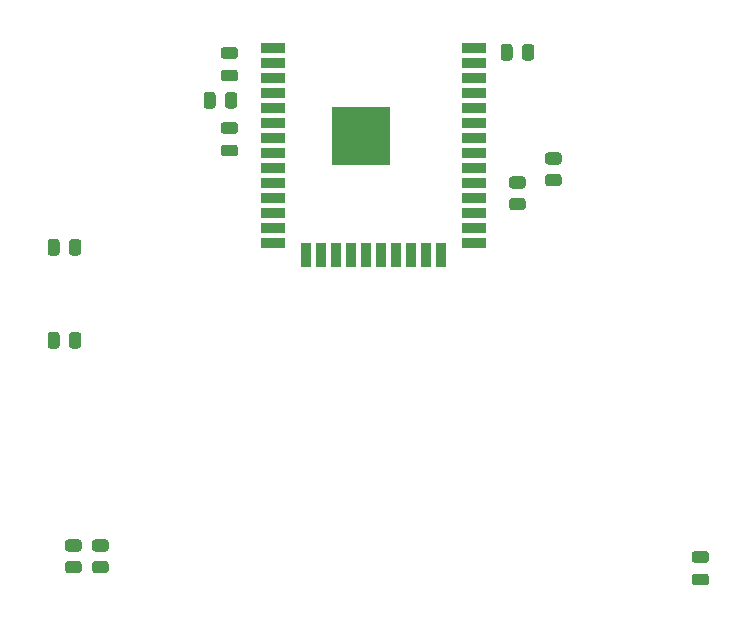
<source format=gbr>
%TF.GenerationSoftware,KiCad,Pcbnew,5.1.9+dfsg1-1*%
%TF.CreationDate,2021-05-25T15:42:46+02:00*%
%TF.ProjectId,vscp-din-wireless-esp32,76736370-2d64-4696-9e2d-776972656c65,rev?*%
%TF.SameCoordinates,Original*%
%TF.FileFunction,Paste,Top*%
%TF.FilePolarity,Positive*%
%FSLAX46Y46*%
G04 Gerber Fmt 4.6, Leading zero omitted, Abs format (unit mm)*
G04 Created by KiCad (PCBNEW 5.1.9+dfsg1-1) date 2021-05-25 15:42:46*
%MOMM*%
%LPD*%
G01*
G04 APERTURE LIST*
%ADD10R,2.000000X0.900000*%
%ADD11R,0.900000X2.000000*%
%ADD12R,5.000000X5.000000*%
G04 APERTURE END LIST*
%TO.C,R2*%
G36*
G01*
X164026001Y-59290000D02*
X163125999Y-59290000D01*
G75*
G02*
X162876000Y-59040001I0J249999D01*
G01*
X162876000Y-58514999D01*
G75*
G02*
X163125999Y-58265000I249999J0D01*
G01*
X164026001Y-58265000D01*
G75*
G02*
X164276000Y-58514999I0J-249999D01*
G01*
X164276000Y-59040001D01*
G75*
G02*
X164026001Y-59290000I-249999J0D01*
G01*
G37*
G36*
G01*
X164026001Y-61115000D02*
X163125999Y-61115000D01*
G75*
G02*
X162876000Y-60865001I0J249999D01*
G01*
X162876000Y-60339999D01*
G75*
G02*
X163125999Y-60090000I249999J0D01*
G01*
X164026001Y-60090000D01*
G75*
G02*
X164276000Y-60339999I0J-249999D01*
G01*
X164276000Y-60865001D01*
G75*
G02*
X164026001Y-61115000I-249999J0D01*
G01*
G37*
%TD*%
D10*
%TO.C,U1*%
X156820000Y-49396000D03*
X156820000Y-50666000D03*
X156820000Y-51936000D03*
X156820000Y-53206000D03*
X156820000Y-54476000D03*
X156820000Y-55746000D03*
X156820000Y-57016000D03*
X156820000Y-58286000D03*
X156820000Y-59556000D03*
X156820000Y-60826000D03*
X156820000Y-62096000D03*
X156820000Y-63366000D03*
X156820000Y-64636000D03*
X156820000Y-65906000D03*
D11*
X154035000Y-66906000D03*
X152765000Y-66906000D03*
X151495000Y-66906000D03*
X150225000Y-66906000D03*
X148955000Y-66906000D03*
X147685000Y-66906000D03*
X146415000Y-66906000D03*
X145145000Y-66906000D03*
X143875000Y-66906000D03*
X142605000Y-66906000D03*
D10*
X139820000Y-65906000D03*
X139820000Y-64636000D03*
X139820000Y-63366000D03*
X139820000Y-62096000D03*
X139820000Y-60826000D03*
X139820000Y-59556000D03*
X139820000Y-58286000D03*
X139820000Y-57016000D03*
X139820000Y-55746000D03*
X139820000Y-54476000D03*
X139820000Y-53206000D03*
X139820000Y-51936000D03*
X139820000Y-50666000D03*
X139820000Y-49396000D03*
D12*
X147320000Y-56896000D03*
%TD*%
%TO.C,R6*%
G36*
G01*
X160928000Y-50234001D02*
X160928000Y-49333999D01*
G75*
G02*
X161177999Y-49084000I249999J0D01*
G01*
X161703001Y-49084000D01*
G75*
G02*
X161953000Y-49333999I0J-249999D01*
G01*
X161953000Y-50234001D01*
G75*
G02*
X161703001Y-50484000I-249999J0D01*
G01*
X161177999Y-50484000D01*
G75*
G02*
X160928000Y-50234001I0J249999D01*
G01*
G37*
G36*
G01*
X159103000Y-50234001D02*
X159103000Y-49333999D01*
G75*
G02*
X159352999Y-49084000I249999J0D01*
G01*
X159878001Y-49084000D01*
G75*
G02*
X160128000Y-49333999I0J-249999D01*
G01*
X160128000Y-50234001D01*
G75*
G02*
X159878001Y-50484000I-249999J0D01*
G01*
X159352999Y-50484000D01*
G75*
G02*
X159103000Y-50234001I0J249999D01*
G01*
G37*
%TD*%
%TO.C,R8*%
G36*
G01*
X125672001Y-92056000D02*
X124771999Y-92056000D01*
G75*
G02*
X124522000Y-91806001I0J249999D01*
G01*
X124522000Y-91280999D01*
G75*
G02*
X124771999Y-91031000I249999J0D01*
G01*
X125672001Y-91031000D01*
G75*
G02*
X125922000Y-91280999I0J-249999D01*
G01*
X125922000Y-91806001D01*
G75*
G02*
X125672001Y-92056000I-249999J0D01*
G01*
G37*
G36*
G01*
X125672001Y-93881000D02*
X124771999Y-93881000D01*
G75*
G02*
X124522000Y-93631001I0J249999D01*
G01*
X124522000Y-93105999D01*
G75*
G02*
X124771999Y-92856000I249999J0D01*
G01*
X125672001Y-92856000D01*
G75*
G02*
X125922000Y-93105999I0J-249999D01*
G01*
X125922000Y-93631001D01*
G75*
G02*
X125672001Y-93881000I-249999J0D01*
G01*
G37*
%TD*%
%TO.C,R7*%
G36*
G01*
X123386001Y-92056000D02*
X122485999Y-92056000D01*
G75*
G02*
X122236000Y-91806001I0J249999D01*
G01*
X122236000Y-91280999D01*
G75*
G02*
X122485999Y-91031000I249999J0D01*
G01*
X123386001Y-91031000D01*
G75*
G02*
X123636000Y-91280999I0J-249999D01*
G01*
X123636000Y-91806001D01*
G75*
G02*
X123386001Y-92056000I-249999J0D01*
G01*
G37*
G36*
G01*
X123386001Y-93881000D02*
X122485999Y-93881000D01*
G75*
G02*
X122236000Y-93631001I0J249999D01*
G01*
X122236000Y-93105999D01*
G75*
G02*
X122485999Y-92856000I249999J0D01*
G01*
X123386001Y-92856000D01*
G75*
G02*
X123636000Y-93105999I0J-249999D01*
G01*
X123636000Y-93631001D01*
G75*
G02*
X123386001Y-93881000I-249999J0D01*
G01*
G37*
%TD*%
%TO.C,R4*%
G36*
G01*
X135782000Y-54298001D02*
X135782000Y-53397999D01*
G75*
G02*
X136031999Y-53148000I249999J0D01*
G01*
X136557001Y-53148000D01*
G75*
G02*
X136807000Y-53397999I0J-249999D01*
G01*
X136807000Y-54298001D01*
G75*
G02*
X136557001Y-54548000I-249999J0D01*
G01*
X136031999Y-54548000D01*
G75*
G02*
X135782000Y-54298001I0J249999D01*
G01*
G37*
G36*
G01*
X133957000Y-54298001D02*
X133957000Y-53397999D01*
G75*
G02*
X134206999Y-53148000I249999J0D01*
G01*
X134732001Y-53148000D01*
G75*
G02*
X134982000Y-53397999I0J-249999D01*
G01*
X134982000Y-54298001D01*
G75*
G02*
X134732001Y-54548000I-249999J0D01*
G01*
X134206999Y-54548000D01*
G75*
G02*
X133957000Y-54298001I0J249999D01*
G01*
G37*
%TD*%
%TO.C,R5*%
G36*
G01*
X121774000Y-65843999D02*
X121774000Y-66744001D01*
G75*
G02*
X121524001Y-66994000I-249999J0D01*
G01*
X120998999Y-66994000D01*
G75*
G02*
X120749000Y-66744001I0J249999D01*
G01*
X120749000Y-65843999D01*
G75*
G02*
X120998999Y-65594000I249999J0D01*
G01*
X121524001Y-65594000D01*
G75*
G02*
X121774000Y-65843999I0J-249999D01*
G01*
G37*
G36*
G01*
X123599000Y-65843999D02*
X123599000Y-66744001D01*
G75*
G02*
X123349001Y-66994000I-249999J0D01*
G01*
X122823999Y-66994000D01*
G75*
G02*
X122574000Y-66744001I0J249999D01*
G01*
X122574000Y-65843999D01*
G75*
G02*
X122823999Y-65594000I249999J0D01*
G01*
X123349001Y-65594000D01*
G75*
G02*
X123599000Y-65843999I0J-249999D01*
G01*
G37*
%TD*%
%TO.C,R3*%
G36*
G01*
X122574000Y-74618001D02*
X122574000Y-73717999D01*
G75*
G02*
X122823999Y-73468000I249999J0D01*
G01*
X123349001Y-73468000D01*
G75*
G02*
X123599000Y-73717999I0J-249999D01*
G01*
X123599000Y-74618001D01*
G75*
G02*
X123349001Y-74868000I-249999J0D01*
G01*
X122823999Y-74868000D01*
G75*
G02*
X122574000Y-74618001I0J249999D01*
G01*
G37*
G36*
G01*
X120749000Y-74618001D02*
X120749000Y-73717999D01*
G75*
G02*
X120998999Y-73468000I249999J0D01*
G01*
X121524001Y-73468000D01*
G75*
G02*
X121774000Y-73717999I0J-249999D01*
G01*
X121774000Y-74618001D01*
G75*
G02*
X121524001Y-74868000I-249999J0D01*
G01*
X120998999Y-74868000D01*
G75*
G02*
X120749000Y-74618001I0J249999D01*
G01*
G37*
%TD*%
%TO.C,R1*%
G36*
G01*
X160978001Y-61322000D02*
X160077999Y-61322000D01*
G75*
G02*
X159828000Y-61072001I0J249999D01*
G01*
X159828000Y-60546999D01*
G75*
G02*
X160077999Y-60297000I249999J0D01*
G01*
X160978001Y-60297000D01*
G75*
G02*
X161228000Y-60546999I0J-249999D01*
G01*
X161228000Y-61072001D01*
G75*
G02*
X160978001Y-61322000I-249999J0D01*
G01*
G37*
G36*
G01*
X160978001Y-63147000D02*
X160077999Y-63147000D01*
G75*
G02*
X159828000Y-62897001I0J249999D01*
G01*
X159828000Y-62371999D01*
G75*
G02*
X160077999Y-62122000I249999J0D01*
G01*
X160978001Y-62122000D01*
G75*
G02*
X161228000Y-62371999I0J-249999D01*
G01*
X161228000Y-62897001D01*
G75*
G02*
X160978001Y-63147000I-249999J0D01*
G01*
G37*
%TD*%
%TO.C,C4*%
G36*
G01*
X176497000Y-93022000D02*
X175547000Y-93022000D01*
G75*
G02*
X175297000Y-92772000I0J250000D01*
G01*
X175297000Y-92272000D01*
G75*
G02*
X175547000Y-92022000I250000J0D01*
G01*
X176497000Y-92022000D01*
G75*
G02*
X176747000Y-92272000I0J-250000D01*
G01*
X176747000Y-92772000D01*
G75*
G02*
X176497000Y-93022000I-250000J0D01*
G01*
G37*
G36*
G01*
X176497000Y-94922000D02*
X175547000Y-94922000D01*
G75*
G02*
X175297000Y-94672000I0J250000D01*
G01*
X175297000Y-94172000D01*
G75*
G02*
X175547000Y-93922000I250000J0D01*
G01*
X176497000Y-93922000D01*
G75*
G02*
X176747000Y-94172000I0J-250000D01*
G01*
X176747000Y-94672000D01*
G75*
G02*
X176497000Y-94922000I-250000J0D01*
G01*
G37*
%TD*%
%TO.C,C1*%
G36*
G01*
X136619000Y-50350000D02*
X135669000Y-50350000D01*
G75*
G02*
X135419000Y-50100000I0J250000D01*
G01*
X135419000Y-49600000D01*
G75*
G02*
X135669000Y-49350000I250000J0D01*
G01*
X136619000Y-49350000D01*
G75*
G02*
X136869000Y-49600000I0J-250000D01*
G01*
X136869000Y-50100000D01*
G75*
G02*
X136619000Y-50350000I-250000J0D01*
G01*
G37*
G36*
G01*
X136619000Y-52250000D02*
X135669000Y-52250000D01*
G75*
G02*
X135419000Y-52000000I0J250000D01*
G01*
X135419000Y-51500000D01*
G75*
G02*
X135669000Y-51250000I250000J0D01*
G01*
X136619000Y-51250000D01*
G75*
G02*
X136869000Y-51500000I0J-250000D01*
G01*
X136869000Y-52000000D01*
G75*
G02*
X136619000Y-52250000I-250000J0D01*
G01*
G37*
%TD*%
%TO.C,C3*%
G36*
G01*
X135669000Y-57600000D02*
X136619000Y-57600000D01*
G75*
G02*
X136869000Y-57850000I0J-250000D01*
G01*
X136869000Y-58350000D01*
G75*
G02*
X136619000Y-58600000I-250000J0D01*
G01*
X135669000Y-58600000D01*
G75*
G02*
X135419000Y-58350000I0J250000D01*
G01*
X135419000Y-57850000D01*
G75*
G02*
X135669000Y-57600000I250000J0D01*
G01*
G37*
G36*
G01*
X135669000Y-55700000D02*
X136619000Y-55700000D01*
G75*
G02*
X136869000Y-55950000I0J-250000D01*
G01*
X136869000Y-56450000D01*
G75*
G02*
X136619000Y-56700000I-250000J0D01*
G01*
X135669000Y-56700000D01*
G75*
G02*
X135419000Y-56450000I0J250000D01*
G01*
X135419000Y-55950000D01*
G75*
G02*
X135669000Y-55700000I250000J0D01*
G01*
G37*
%TD*%
M02*

</source>
